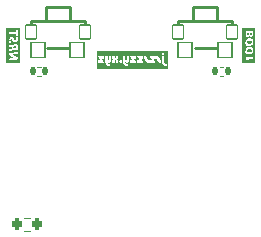
<source format=gbr>
G04 #@! TF.GenerationSoftware,KiCad,Pcbnew,(6.0.1)*
G04 #@! TF.CreationDate,2022-02-11T20:26:01+08:00*
G04 #@! TF.ProjectId,STM32_FOC_Board,53544d33-325f-4464-9f43-5f426f617264,rev?*
G04 #@! TF.SameCoordinates,Original*
G04 #@! TF.FileFunction,Legend,Bot*
G04 #@! TF.FilePolarity,Positive*
%FSLAX46Y46*%
G04 Gerber Fmt 4.6, Leading zero omitted, Abs format (unit mm)*
G04 Created by KiCad (PCBNEW (6.0.1)) date 2022-02-11 20:26:01*
%MOMM*%
%LPD*%
G01*
G04 APERTURE LIST*
G04 Aperture macros list*
%AMRoundRect*
0 Rectangle with rounded corners*
0 $1 Rounding radius*
0 $2 $3 $4 $5 $6 $7 $8 $9 X,Y pos of 4 corners*
0 Add a 4 corners polygon primitive as box body*
4,1,4,$2,$3,$4,$5,$6,$7,$8,$9,$2,$3,0*
0 Add four circle primitives for the rounded corners*
1,1,$1+$1,$2,$3*
1,1,$1+$1,$4,$5*
1,1,$1+$1,$6,$7*
1,1,$1+$1,$8,$9*
0 Add four rect primitives between the rounded corners*
20,1,$1+$1,$2,$3,$4,$5,0*
20,1,$1+$1,$4,$5,$6,$7,0*
20,1,$1+$1,$6,$7,$8,$9,0*
20,1,$1+$1,$8,$9,$2,$3,0*%
G04 Aperture macros list end*
%ADD10C,0.120000*%
%ADD11C,0.254000*%
%ADD12C,0.100000*%
%ADD13RoundRect,0.135000X0.135000X0.185000X-0.135000X0.185000X-0.135000X-0.185000X0.135000X-0.185000X0*%
%ADD14C,0.701000*%
%ADD15RoundRect,0.050800X0.449600X0.599450X-0.449600X0.599450X-0.449600X-0.599450X0.449600X-0.599450X0*%
%ADD16RoundRect,0.050800X-0.449600X-0.599450X0.449600X-0.599450X0.449600X0.599450X-0.449600X0.599450X0*%
%ADD17RoundRect,0.050800X-0.599450X-0.650250X0.599450X-0.650250X0.599450X0.650250X-0.599450X0.650250X0*%
%ADD18RoundRect,0.200000X0.200000X0.275000X-0.200000X0.275000X-0.200000X-0.275000X0.200000X-0.275000X0*%
G04 APERTURE END LIST*
G36*
X124451009Y-54593185D02*
G01*
X125646590Y-54593185D01*
X125646590Y-57594337D01*
X124451009Y-57594337D01*
X124451009Y-56742395D01*
X124681852Y-56742395D01*
X124688906Y-56940847D01*
X124847503Y-57010879D01*
X124936100Y-57049952D01*
X125007957Y-57081665D01*
X125061817Y-57105674D01*
X125099845Y-57123150D01*
X125124207Y-57135262D01*
X125137068Y-57143178D01*
X125140594Y-57148067D01*
X125136951Y-57151098D01*
X125128303Y-57153441D01*
X125116816Y-57156264D01*
X125104674Y-57158888D01*
X125068240Y-57164683D01*
X125015624Y-57171765D01*
X124951856Y-57179471D01*
X124881969Y-57187141D01*
X124682806Y-57207906D01*
X124682806Y-57293053D01*
X124683244Y-57334271D01*
X124684336Y-57363582D01*
X124685856Y-57374739D01*
X124686632Y-57374650D01*
X124703215Y-57371780D01*
X124736495Y-57365677D01*
X124780404Y-57357452D01*
X124782050Y-57357145D01*
X124824292Y-57350346D01*
X124884965Y-57341953D01*
X124958512Y-57332669D01*
X125039375Y-57323198D01*
X125121999Y-57314242D01*
X125138514Y-57312523D01*
X125214535Y-57304445D01*
X125282772Y-57296932D01*
X125339101Y-57290455D01*
X125379399Y-57285486D01*
X125399544Y-57282496D01*
X125407434Y-57280462D01*
X125418145Y-57273509D01*
X125424018Y-57258123D01*
X125426489Y-57228982D01*
X125426994Y-57180768D01*
X125426994Y-57084859D01*
X125198248Y-56984281D01*
X125180879Y-56976637D01*
X125113317Y-56946771D01*
X125054483Y-56920554D01*
X125007784Y-56899520D01*
X124976627Y-56885200D01*
X124964418Y-56879126D01*
X124963989Y-56878726D01*
X124962351Y-56874028D01*
X124969912Y-56869701D01*
X124989690Y-56865201D01*
X125024702Y-56859985D01*
X125077966Y-56853509D01*
X125152498Y-56845229D01*
X125179037Y-56842325D01*
X125246050Y-56834817D01*
X125305886Y-56827877D01*
X125352849Y-56822173D01*
X125381245Y-56818375D01*
X125426994Y-56811405D01*
X125426994Y-56726846D01*
X125426952Y-56706965D01*
X125425908Y-56670933D01*
X125422142Y-56652439D01*
X125413929Y-56646552D01*
X125399544Y-56648338D01*
X125387059Y-56650665D01*
X125350076Y-56656535D01*
X125295931Y-56664536D01*
X125228956Y-56674081D01*
X125153481Y-56684579D01*
X125073837Y-56695442D01*
X124994356Y-56706082D01*
X124919369Y-56715910D01*
X124853206Y-56724337D01*
X124800198Y-56730774D01*
X124764678Y-56734634D01*
X124682806Y-56742306D01*
X124681852Y-56742395D01*
X124451009Y-56742395D01*
X124451009Y-56129644D01*
X124672781Y-56129644D01*
X124676190Y-56154514D01*
X124690986Y-56173811D01*
X124720025Y-56191094D01*
X124766162Y-56209922D01*
X124832253Y-56233856D01*
X124926802Y-56267827D01*
X124926802Y-56315375D01*
X124926647Y-56322628D01*
X124921699Y-56353227D01*
X124911552Y-56367799D01*
X124906937Y-56368831D01*
X124880806Y-56372354D01*
X124839478Y-56376547D01*
X124789554Y-56380711D01*
X124682806Y-56388747D01*
X124682806Y-56572604D01*
X124722455Y-56564436D01*
X124736620Y-56561640D01*
X124801511Y-56550642D01*
X124885460Y-56538498D01*
X124984347Y-56525749D01*
X125094049Y-56512933D01*
X125210447Y-56500590D01*
X125426994Y-56478770D01*
X125426926Y-56307615D01*
X125426874Y-56293258D01*
X125425508Y-56226958D01*
X125422566Y-56166583D01*
X125418427Y-56118289D01*
X125413469Y-56088234D01*
X125409280Y-56074828D01*
X125378679Y-56018711D01*
X125334156Y-55979168D01*
X125279401Y-55956618D01*
X125218105Y-55951483D01*
X125153957Y-55964182D01*
X125090648Y-55995135D01*
X125031866Y-56044763D01*
X125031133Y-56045546D01*
X125001526Y-56076010D01*
X124978412Y-56097698D01*
X124966739Y-56105961D01*
X124955837Y-56101390D01*
X124927629Y-56086903D01*
X124886918Y-56064859D01*
X124838272Y-56037686D01*
X124794064Y-56013376D01*
X124752780Y-55992235D01*
X124723591Y-55979096D01*
X124714402Y-55976932D01*
X124710977Y-55976125D01*
X124706332Y-55986288D01*
X124697576Y-56014666D01*
X124687625Y-56053549D01*
X124677905Y-56095640D01*
X124672781Y-56129644D01*
X124451009Y-56129644D01*
X124451009Y-55733936D01*
X124673332Y-55733936D01*
X124690154Y-55842880D01*
X124698626Y-55876358D01*
X124707138Y-55906459D01*
X124712152Y-55919777D01*
X124714402Y-55920486D01*
X124733730Y-55918265D01*
X124766045Y-55910980D01*
X124803988Y-55900714D01*
X124840201Y-55889550D01*
X124867326Y-55879568D01*
X124878003Y-55872852D01*
X124873509Y-55860284D01*
X124860291Y-55831987D01*
X124841403Y-55794866D01*
X124818119Y-55741115D01*
X124804995Y-55681215D01*
X124808610Y-55630718D01*
X124829203Y-55593569D01*
X124833675Y-55589269D01*
X124859986Y-55572345D01*
X124885880Y-55572757D01*
X124913544Y-55591904D01*
X124945163Y-55631187D01*
X124982924Y-55692004D01*
X124995151Y-55712627D01*
X125039437Y-55776125D01*
X125082898Y-55818592D01*
X125128431Y-55842361D01*
X125178936Y-55849765D01*
X125228646Y-55845769D01*
X125286179Y-55825534D01*
X125339614Y-55784968D01*
X125345524Y-55779160D01*
X125395553Y-55711783D01*
X125426589Y-55631685D01*
X125437739Y-55542264D01*
X125428116Y-55446918D01*
X125417431Y-55399232D01*
X125406601Y-55370242D01*
X125391307Y-55357963D01*
X125366882Y-55358733D01*
X125328658Y-55368890D01*
X125300327Y-55377784D01*
X125287268Y-55381883D01*
X125255461Y-55396811D01*
X125242556Y-55414646D01*
X125245820Y-55439855D01*
X125262519Y-55476901D01*
X125273022Y-55500012D01*
X125287227Y-55541775D01*
X125292796Y-55574622D01*
X125286530Y-55612960D01*
X125267347Y-55645531D01*
X125240031Y-55663855D01*
X125209472Y-55664846D01*
X125180564Y-55645418D01*
X125169292Y-55629883D01*
X125148857Y-55596906D01*
X125126824Y-55557539D01*
X125095402Y-55504209D01*
X125046284Y-55443553D01*
X124993370Y-55405390D01*
X124934891Y-55388583D01*
X124869077Y-55391997D01*
X124848127Y-55398153D01*
X124799961Y-55426385D01*
X124753967Y-55470017D01*
X124715586Y-55523312D01*
X124690259Y-55580534D01*
X124678110Y-55633817D01*
X124673332Y-55733936D01*
X124451009Y-55733936D01*
X124451009Y-55089035D01*
X124682806Y-55089035D01*
X124683436Y-55137759D01*
X124688500Y-55165963D01*
X124702752Y-55177513D01*
X124730947Y-55176272D01*
X124777839Y-55166107D01*
X124782594Y-55165096D01*
X124815018Y-55159575D01*
X124864638Y-55152268D01*
X124926286Y-55143822D01*
X124994792Y-55134889D01*
X125064986Y-55126117D01*
X125131698Y-55118156D01*
X125189758Y-55111655D01*
X125233998Y-55107264D01*
X125259247Y-55105632D01*
X125259894Y-55105636D01*
X125270664Y-55109047D01*
X125276943Y-55122164D01*
X125279873Y-55149877D01*
X125280596Y-55197075D01*
X125280596Y-55199706D01*
X125281288Y-55248074D01*
X125286371Y-55275994D01*
X125300327Y-55287252D01*
X125327640Y-55285634D01*
X125372792Y-55274926D01*
X125426994Y-55261278D01*
X125426994Y-54994330D01*
X125426987Y-54983668D01*
X125426360Y-54897630D01*
X125424785Y-54826649D01*
X125422365Y-54773057D01*
X125419201Y-54739190D01*
X125415395Y-54727383D01*
X125407455Y-54728215D01*
X125379951Y-54732952D01*
X125342712Y-54740483D01*
X125281629Y-54753583D01*
X125278063Y-54840865D01*
X125274496Y-54928148D01*
X125085399Y-54955119D01*
X125063082Y-54958258D01*
X124985821Y-54968547D01*
X124909278Y-54977973D01*
X124841255Y-54985605D01*
X124789554Y-54990508D01*
X124682806Y-54998926D01*
X124682806Y-55089035D01*
X124451009Y-55089035D01*
X124451009Y-54593185D01*
G37*
G36*
X125231902Y-56146504D02*
G01*
X125266804Y-56162947D01*
X125286566Y-56197522D01*
X125292796Y-56251806D01*
X125292908Y-56268907D01*
X125291902Y-56289963D01*
X125286064Y-56304287D01*
X125271536Y-56313964D01*
X125244462Y-56321085D01*
X125200985Y-56327735D01*
X125137249Y-56336003D01*
X125061000Y-56345919D01*
X125061000Y-56287131D01*
X125065262Y-56246341D01*
X125087576Y-56196438D01*
X125127903Y-56162537D01*
X125185018Y-56146035D01*
X125231902Y-56146504D01*
G37*
G36*
X145547091Y-57594337D02*
G01*
X144442151Y-57594337D01*
X144442151Y-57485207D01*
X144714975Y-57485207D01*
X144745668Y-57483593D01*
X144776535Y-57480303D01*
X144817285Y-57473294D01*
X144817844Y-57473175D01*
X144840501Y-57466490D01*
X144853409Y-57453958D01*
X144860331Y-57428448D01*
X144865029Y-57382830D01*
X144871850Y-57301050D01*
X145076468Y-57276105D01*
X145107516Y-57272310D01*
X145181232Y-57263213D01*
X145246195Y-57255082D01*
X145296295Y-57248686D01*
X145325421Y-57244794D01*
X145369755Y-57238428D01*
X145369755Y-57058736D01*
X145311780Y-57067618D01*
X145255233Y-57075800D01*
X145186916Y-57084929D01*
X145113971Y-57094125D01*
X145042730Y-57102633D01*
X144979524Y-57109696D01*
X144930685Y-57114560D01*
X144902543Y-57116468D01*
X144898412Y-57116503D01*
X144879389Y-57114688D01*
X144869448Y-57104769D01*
X144865643Y-57080352D01*
X144865029Y-57035046D01*
X144864657Y-57004318D01*
X144860025Y-56969736D01*
X144845677Y-56954551D01*
X144816187Y-56955058D01*
X144766130Y-56967557D01*
X144714975Y-56981763D01*
X144714975Y-57485207D01*
X144442151Y-57485207D01*
X144442151Y-56563606D01*
X144702425Y-56563606D01*
X144708584Y-56645351D01*
X144731937Y-56720827D01*
X144772209Y-56784849D01*
X144829124Y-56832229D01*
X144845677Y-56840822D01*
X144853826Y-56845053D01*
X144889449Y-56857061D01*
X144933210Y-56862826D01*
X144994621Y-56864184D01*
X145094490Y-56854826D01*
X145188618Y-56824741D01*
X145265860Y-56774951D01*
X145324606Y-56706521D01*
X145363242Y-56620518D01*
X145367676Y-56604443D01*
X145380937Y-56516324D01*
X145376796Y-56430988D01*
X145356150Y-56355165D01*
X145319898Y-56295589D01*
X145315755Y-56291104D01*
X145259111Y-56250789D01*
X145182518Y-56225686D01*
X145089129Y-56216870D01*
X145046012Y-56218021D01*
X144950200Y-56232984D01*
X144870239Y-56266453D01*
X144801838Y-56319967D01*
X144789883Y-56332633D01*
X144742799Y-56402061D01*
X144713738Y-56480781D01*
X144702425Y-56563606D01*
X144442151Y-56563606D01*
X144442151Y-55840620D01*
X144702425Y-55840620D01*
X144708584Y-55922365D01*
X144731937Y-55997841D01*
X144772209Y-56061863D01*
X144829124Y-56109243D01*
X144853826Y-56122067D01*
X144889449Y-56134075D01*
X144933210Y-56139840D01*
X144994621Y-56141198D01*
X145089129Y-56132342D01*
X145094490Y-56131840D01*
X145188618Y-56101755D01*
X145265860Y-56051965D01*
X145324606Y-55983535D01*
X145363242Y-55897532D01*
X145367676Y-55881457D01*
X145380937Y-55793338D01*
X145376796Y-55708002D01*
X145356150Y-55632179D01*
X145319898Y-55572603D01*
X145315755Y-55568118D01*
X145259111Y-55527803D01*
X145182518Y-55502700D01*
X145089129Y-55493884D01*
X145046012Y-55495035D01*
X144950200Y-55509998D01*
X144870239Y-55543467D01*
X144801838Y-55596981D01*
X144789883Y-55609647D01*
X144742799Y-55679075D01*
X144713738Y-55757795D01*
X144702425Y-55840620D01*
X144442151Y-55840620D01*
X144442151Y-54893370D01*
X144714975Y-54893370D01*
X144715051Y-55067296D01*
X144715052Y-55068568D01*
X144716178Y-55139603D01*
X144719117Y-55204990D01*
X144723429Y-55257518D01*
X144728672Y-55289979D01*
X144752974Y-55342562D01*
X144793838Y-55382088D01*
X144844025Y-55401471D01*
X144897921Y-55399859D01*
X144949912Y-55376401D01*
X144994381Y-55330246D01*
X145020764Y-55290992D01*
X145064108Y-55341134D01*
X145068435Y-55346095D01*
X145089129Y-55366271D01*
X145098302Y-55375214D01*
X145127206Y-55388265D01*
X145167587Y-55391275D01*
X145182412Y-55390848D01*
X145245413Y-55376059D01*
X145294719Y-55338891D01*
X145332888Y-55277585D01*
X145334135Y-55274799D01*
X145345897Y-55243593D01*
X145354336Y-55207984D01*
X145360209Y-55162252D01*
X145364273Y-55100679D01*
X145367284Y-55017545D01*
X145372893Y-54821151D01*
X145313349Y-54830325D01*
X145274658Y-54835904D01*
X145211746Y-54844182D01*
X145137405Y-54853389D01*
X145057135Y-54862901D01*
X144976434Y-54872094D01*
X144900803Y-54880343D01*
X144835738Y-54887024D01*
X144786741Y-54891515D01*
X144759309Y-54893191D01*
X144714975Y-54893370D01*
X144442151Y-54893370D01*
X144442151Y-54593263D01*
X145547091Y-54593263D01*
X145547091Y-57594337D01*
G37*
G36*
X145133314Y-55688089D02*
G01*
X145189046Y-55703706D01*
X145222903Y-55730938D01*
X145230923Y-55758718D01*
X145232698Y-55800810D01*
X145228470Y-55844583D01*
X145218604Y-55877591D01*
X145206515Y-55893899D01*
X145162884Y-55921219D01*
X145096355Y-55938021D01*
X145008700Y-55943746D01*
X144969111Y-55942759D01*
X144912095Y-55934468D01*
X144875919Y-55915658D01*
X144856908Y-55883823D01*
X144851388Y-55836456D01*
X144854331Y-55803783D01*
X144877007Y-55751585D01*
X144922204Y-55714396D01*
X144990076Y-55692114D01*
X145080776Y-55684638D01*
X145133314Y-55688089D01*
G37*
G36*
X145133314Y-56411075D02*
G01*
X145189046Y-56426692D01*
X145222903Y-56453924D01*
X145230923Y-56481704D01*
X145232698Y-56523796D01*
X145228470Y-56567569D01*
X145218604Y-56600577D01*
X145206515Y-56616885D01*
X145162884Y-56644205D01*
X145096355Y-56661007D01*
X145008700Y-56666732D01*
X144969111Y-56665745D01*
X144912095Y-56657454D01*
X144875919Y-56638644D01*
X144856908Y-56606809D01*
X144851388Y-56559442D01*
X144854331Y-56526769D01*
X144877007Y-56474571D01*
X144922204Y-56437382D01*
X144990076Y-56415100D01*
X145080776Y-56407624D01*
X145133314Y-56411075D01*
G37*
G36*
X145219630Y-55016218D02*
G01*
X145237569Y-55020778D01*
X145245316Y-55037733D01*
X145246984Y-55074491D01*
X145243665Y-55111837D01*
X145226738Y-55158975D01*
X145198816Y-55189047D01*
X145163676Y-55198649D01*
X145125095Y-55184375D01*
X145111470Y-55171718D01*
X145100082Y-55144302D01*
X145096930Y-55098920D01*
X145097278Y-55071850D01*
X145101368Y-55044708D01*
X145113902Y-55031697D01*
X145139559Y-55024667D01*
X145177008Y-55018897D01*
X145214586Y-55016141D01*
X145219630Y-55016218D01*
G37*
G36*
X144974159Y-55102818D02*
G01*
X144973831Y-55113381D01*
X144962692Y-55161474D01*
X144938608Y-55194712D01*
X144905509Y-55207119D01*
X144876279Y-55197413D01*
X144857372Y-55166103D01*
X144853918Y-55115992D01*
X144855509Y-55099187D01*
X144862188Y-55074378D01*
X144879691Y-55062648D01*
X144916184Y-55056148D01*
X144974159Y-55048410D01*
X144974159Y-55102818D01*
G37*
G36*
X132126483Y-58053203D02*
G01*
X132126483Y-57569072D01*
X132216554Y-57569072D01*
X132759015Y-57569072D01*
X132714379Y-57487445D01*
X132707052Y-57474031D01*
X132678265Y-57421136D01*
X132646237Y-57362076D01*
X132616640Y-57307303D01*
X132563536Y-57208788D01*
X132756980Y-57208788D01*
X132756980Y-56994870D01*
X132833368Y-56994870D01*
X132837955Y-57290415D01*
X132838434Y-57320841D01*
X132839911Y-57404399D01*
X132841510Y-57469489D01*
X132843498Y-57519192D01*
X132846140Y-57556592D01*
X132847718Y-57569072D01*
X132849704Y-57584771D01*
X132854456Y-57606812D01*
X132860662Y-57625798D01*
X132868589Y-57644811D01*
X132884001Y-57674018D01*
X132927968Y-57731567D01*
X132983125Y-57781459D01*
X133042103Y-57816405D01*
X133099681Y-57834235D01*
X133163685Y-57843441D01*
X133221408Y-57842165D01*
X133234983Y-57839726D01*
X133244991Y-57833736D01*
X133250157Y-57819758D01*
X133252083Y-57792949D01*
X133252370Y-57748466D01*
X133252370Y-57659143D01*
X133193261Y-57658744D01*
X133172326Y-57657803D01*
X133134506Y-57652410D01*
X133108141Y-57643911D01*
X133090396Y-57630991D01*
X133068059Y-57606209D01*
X133050370Y-57577977D01*
X133046830Y-57569072D01*
X133430402Y-57569072D01*
X133634356Y-57569072D01*
X133637578Y-57459298D01*
X133640801Y-57349524D01*
X133674022Y-57345744D01*
X133694299Y-57345570D01*
X133714846Y-57354774D01*
X133727803Y-57377577D01*
X133734558Y-57416865D01*
X133736501Y-57475524D01*
X133736501Y-57569072D01*
X133941271Y-57569072D01*
X133937401Y-57457085D01*
X133936781Y-57439595D01*
X134006798Y-57439595D01*
X134007555Y-57451506D01*
X134022445Y-57496959D01*
X134052138Y-57537252D01*
X134091040Y-57564120D01*
X134097575Y-57566813D01*
X134103506Y-57569072D01*
X134121657Y-57575985D01*
X134133014Y-57579025D01*
X134138780Y-57577276D01*
X134158239Y-57572118D01*
X134159907Y-57571682D01*
X134205020Y-57549095D01*
X134239433Y-57511761D01*
X134259271Y-57465573D01*
X134260658Y-57416421D01*
X134253250Y-57393625D01*
X134228164Y-57354972D01*
X134193555Y-57323613D01*
X134156449Y-57306931D01*
X134123410Y-57306387D01*
X134079836Y-57321917D01*
X134042567Y-57352227D01*
X134016567Y-57392920D01*
X134006798Y-57439595D01*
X133936781Y-57439595D01*
X133936641Y-57435660D01*
X133934421Y-57391250D01*
X133930688Y-57361606D01*
X133923849Y-57341086D01*
X133912316Y-57324048D01*
X133894499Y-57304850D01*
X133855466Y-57264603D01*
X133886753Y-57235593D01*
X133888190Y-57234252D01*
X133913484Y-57205559D01*
X133929080Y-57173241D01*
X133936973Y-57131102D01*
X133939161Y-57072949D01*
X133939161Y-56994870D01*
X134330797Y-56994870D01*
X134335384Y-57290415D01*
X134335863Y-57320841D01*
X134337340Y-57404399D01*
X134337635Y-57416421D01*
X134338939Y-57469489D01*
X134340927Y-57519192D01*
X134343569Y-57556592D01*
X134347133Y-57584771D01*
X134351885Y-57606812D01*
X134358091Y-57625798D01*
X134366018Y-57644811D01*
X134381430Y-57674018D01*
X134425397Y-57731567D01*
X134480554Y-57781459D01*
X134539532Y-57816405D01*
X134597110Y-57834235D01*
X134661114Y-57843441D01*
X134718837Y-57842165D01*
X134732412Y-57839726D01*
X134742420Y-57833736D01*
X134747586Y-57819758D01*
X134749512Y-57792949D01*
X134749799Y-57748466D01*
X134749799Y-57659143D01*
X134690690Y-57658744D01*
X134669755Y-57657803D01*
X134631935Y-57652410D01*
X134605570Y-57643911D01*
X134587825Y-57630991D01*
X134565488Y-57606209D01*
X134547799Y-57577977D01*
X134544259Y-57569072D01*
X134918682Y-57569072D01*
X135188895Y-57569072D01*
X135526661Y-57569072D01*
X136069077Y-57569072D01*
X136562476Y-57569072D01*
X136832689Y-57569072D01*
X136885535Y-57568925D01*
X136955582Y-57568236D01*
X137015419Y-57567061D01*
X137061970Y-57565485D01*
X137092156Y-57563596D01*
X137102902Y-57561480D01*
X137099987Y-57554162D01*
X137087961Y-57529603D01*
X137068251Y-57491257D01*
X137042620Y-57442543D01*
X137012831Y-57386879D01*
X136990010Y-57344383D01*
X136963225Y-57293977D01*
X136941916Y-57253255D01*
X136927842Y-57225583D01*
X136922760Y-57214329D01*
X136924401Y-57213308D01*
X136942135Y-57210996D01*
X136975211Y-57209390D01*
X137018460Y-57208788D01*
X137114161Y-57208788D01*
X137114161Y-57100201D01*
X137159196Y-57100201D01*
X137159204Y-57116903D01*
X137159644Y-57161140D01*
X137161508Y-57188263D01*
X137165828Y-57202456D01*
X137173637Y-57207903D01*
X137185965Y-57208788D01*
X137209078Y-57212980D01*
X137227448Y-57229500D01*
X137240059Y-57261756D01*
X137248940Y-57313107D01*
X137257739Y-57361409D01*
X137285485Y-57433928D01*
X137329069Y-57490512D01*
X137388764Y-57531471D01*
X137464847Y-57557118D01*
X137493670Y-57563056D01*
X137527625Y-57567206D01*
X137548517Y-57561760D01*
X137559518Y-57543487D01*
X137563794Y-57509159D01*
X137564515Y-57455545D01*
X137564515Y-57355154D01*
X137533553Y-57354981D01*
X137509973Y-57352776D01*
X137489222Y-57346308D01*
X137484023Y-57341987D01*
X137468145Y-57316026D01*
X137456470Y-57278616D01*
X137451927Y-57238246D01*
X137447779Y-57195853D01*
X137433661Y-57142556D01*
X137412513Y-57094585D01*
X137387453Y-57060529D01*
X137361149Y-57038094D01*
X137327189Y-57017923D01*
X137286941Y-57005785D01*
X137232316Y-56998442D01*
X137194064Y-56994870D01*
X137632068Y-56994870D01*
X137632291Y-57234121D01*
X137632559Y-57294492D01*
X137634351Y-57394822D01*
X137637093Y-57455545D01*
X137638045Y-57476632D01*
X137643911Y-57542518D01*
X137652215Y-57595077D01*
X137663224Y-57636905D01*
X137677205Y-57670599D01*
X137684642Y-57684112D01*
X137724882Y-57738246D01*
X137775194Y-57784911D01*
X137828092Y-57816852D01*
X137871123Y-57831585D01*
X137935995Y-57843140D01*
X137995167Y-57842301D01*
X138026129Y-57837789D01*
X138026129Y-57636625D01*
X137975068Y-57636625D01*
X137964452Y-57636273D01*
X137925484Y-57629951D01*
X137895680Y-57618065D01*
X137886574Y-57611863D01*
X137870467Y-57598381D01*
X137858079Y-57581986D01*
X137848926Y-57559880D01*
X137842523Y-57529260D01*
X137838386Y-57487327D01*
X137836031Y-57431280D01*
X137834973Y-57358318D01*
X137834728Y-57265642D01*
X137834728Y-56994870D01*
X137632068Y-56994870D01*
X137194064Y-56994870D01*
X137159196Y-56991614D01*
X137159196Y-57100201D01*
X137114161Y-57100201D01*
X137114161Y-56994870D01*
X136855207Y-56994870D01*
X136812243Y-56994927D01*
X136742868Y-56995280D01*
X136683438Y-56995912D01*
X136637097Y-56996773D01*
X136606988Y-56997813D01*
X136596253Y-56998983D01*
X136600003Y-57007022D01*
X136612966Y-57032026D01*
X136633527Y-57070748D01*
X136659954Y-57119929D01*
X136690515Y-57176310D01*
X136784777Y-57349524D01*
X136673627Y-57352733D01*
X136562476Y-57355941D01*
X136562476Y-57569072D01*
X136069077Y-57569072D01*
X136004554Y-57448039D01*
X135980720Y-57403526D01*
X135951646Y-57349673D01*
X135925778Y-57302212D01*
X135906783Y-57267897D01*
X135873536Y-57208788D01*
X136067086Y-57208788D01*
X136067086Y-57101829D01*
X136123380Y-57101829D01*
X136123387Y-57118832D01*
X136123817Y-57162463D01*
X136125712Y-57189057D01*
X136130167Y-57202831D01*
X136138275Y-57208002D01*
X136151132Y-57208788D01*
X136152526Y-57208800D01*
X136173783Y-57213890D01*
X136188595Y-57230680D01*
X136198860Y-57262771D01*
X136206477Y-57313766D01*
X136220777Y-57381423D01*
X136252716Y-57449358D01*
X136299566Y-57502602D01*
X136359817Y-57538942D01*
X136371794Y-57543375D01*
X136411313Y-57554085D01*
X136453693Y-57561513D01*
X136490832Y-57564463D01*
X136514626Y-57561745D01*
X136516077Y-57560906D01*
X136523238Y-57545359D01*
X136527371Y-57510798D01*
X136528700Y-57455545D01*
X136528700Y-57355154D01*
X136497075Y-57355154D01*
X136473080Y-57353228D01*
X136449537Y-57343065D01*
X136432645Y-57320984D01*
X136419983Y-57283455D01*
X136409130Y-57226947D01*
X136405943Y-57207805D01*
X136392912Y-57145881D01*
X136377446Y-57100651D01*
X136357603Y-57067480D01*
X136331438Y-57041735D01*
X136302486Y-57025693D01*
X136256854Y-57010127D01*
X136205321Y-56999074D01*
X136156603Y-56994870D01*
X136123380Y-56994870D01*
X136123380Y-57101829D01*
X136067086Y-57101829D01*
X136067086Y-56994870D01*
X135548229Y-56994870D01*
X135575649Y-57042720D01*
X135577097Y-57045253D01*
X135597799Y-57082070D01*
X135622739Y-57127286D01*
X135649759Y-57176881D01*
X135666967Y-57208788D01*
X135676703Y-57226840D01*
X135701413Y-57273143D01*
X135721734Y-57311773D01*
X135735508Y-57338713D01*
X135740579Y-57349945D01*
X135736935Y-57351291D01*
X135715650Y-57353278D01*
X135679582Y-57354645D01*
X135633620Y-57355154D01*
X135526661Y-57355154D01*
X135526661Y-57569072D01*
X135188895Y-57569072D01*
X135241740Y-57568947D01*
X135311787Y-57568359D01*
X135371625Y-57567355D01*
X135418175Y-57566010D01*
X135448362Y-57564398D01*
X135459107Y-57562592D01*
X135456211Y-57555609D01*
X135444196Y-57531468D01*
X135424485Y-57493493D01*
X135398843Y-57445077D01*
X135369037Y-57389613D01*
X135346451Y-57347633D01*
X135319579Y-57297005D01*
X135298195Y-57255908D01*
X135284068Y-57227754D01*
X135278966Y-57215951D01*
X135280608Y-57214630D01*
X135298342Y-57211643D01*
X135331418Y-57209566D01*
X135374666Y-57208788D01*
X135470366Y-57208788D01*
X135470366Y-56994870D01*
X135211412Y-56994870D01*
X135168448Y-56994952D01*
X135099073Y-56995462D01*
X135039644Y-56996376D01*
X134993303Y-56997621D01*
X134963193Y-56999126D01*
X134952458Y-57000818D01*
X134956284Y-57009530D01*
X134969326Y-57035246D01*
X134989962Y-57074585D01*
X135016460Y-57124254D01*
X135047091Y-57180960D01*
X135141723Y-57355154D01*
X134918682Y-57355154D01*
X134918682Y-57569072D01*
X134544259Y-57569072D01*
X134537250Y-57551440D01*
X134536332Y-57531745D01*
X134547535Y-57524037D01*
X134563646Y-57529293D01*
X134587670Y-57542697D01*
X134609254Y-57552562D01*
X134654355Y-57559835D01*
X134703582Y-57556384D01*
X134747261Y-57542237D01*
X134754253Y-57538093D01*
X134783006Y-57513346D01*
X134807821Y-57482089D01*
X134810138Y-57478321D01*
X134818675Y-57462726D01*
X134825021Y-57445775D01*
X134829576Y-57423940D01*
X134832741Y-57393695D01*
X134834916Y-57351513D01*
X134836503Y-57293868D01*
X134837900Y-57217233D01*
X134841560Y-56994870D01*
X134648469Y-56994870D01*
X134647347Y-57144050D01*
X134646669Y-57203741D01*
X134644887Y-57260605D01*
X134641312Y-57300544D01*
X134635136Y-57326664D01*
X134625550Y-57342071D01*
X134611745Y-57349872D01*
X134592913Y-57353174D01*
X134563822Y-57351918D01*
X134545678Y-57341915D01*
X134544229Y-57337678D01*
X134541052Y-57313485D01*
X134538474Y-57273026D01*
X134536729Y-57220707D01*
X134536053Y-57160938D01*
X134535880Y-56994870D01*
X134330797Y-56994870D01*
X133939161Y-56994870D01*
X133736501Y-56994870D01*
X133736347Y-57065238D01*
X133736210Y-57082080D01*
X133733611Y-57132242D01*
X133726794Y-57164928D01*
X133714534Y-57183989D01*
X133695603Y-57193281D01*
X133681649Y-57195813D01*
X133659194Y-57192025D01*
X133644905Y-57173765D01*
X133637369Y-57138467D01*
X133635171Y-57083562D01*
X133635171Y-56994870D01*
X133432512Y-56994870D01*
X133432512Y-57072949D01*
X133434579Y-57128520D01*
X133442739Y-57173551D01*
X133458912Y-57207934D01*
X133485003Y-57237643D01*
X133515207Y-57265634D01*
X133476674Y-57305366D01*
X133469626Y-57312687D01*
X133454407Y-57330334D01*
X133444836Y-57347967D01*
X133439339Y-57371216D01*
X133436342Y-57405711D01*
X133434271Y-57457085D01*
X133430402Y-57569072D01*
X133046830Y-57569072D01*
X133039821Y-57551440D01*
X133038903Y-57531745D01*
X133050106Y-57524037D01*
X133066216Y-57529293D01*
X133090241Y-57542697D01*
X133111825Y-57552562D01*
X133156926Y-57559835D01*
X133206153Y-57556384D01*
X133249832Y-57542237D01*
X133256824Y-57538093D01*
X133285577Y-57513346D01*
X133310392Y-57482089D01*
X133312709Y-57478321D01*
X133321246Y-57462726D01*
X133327592Y-57445775D01*
X133332147Y-57423940D01*
X133335312Y-57393695D01*
X133337487Y-57351513D01*
X133339073Y-57293868D01*
X133340471Y-57217233D01*
X133344131Y-56994870D01*
X133151040Y-56994870D01*
X133149918Y-57144050D01*
X133149240Y-57203741D01*
X133147458Y-57260605D01*
X133143883Y-57300544D01*
X133137707Y-57326664D01*
X133128121Y-57342071D01*
X133114316Y-57349872D01*
X133095484Y-57353174D01*
X133066393Y-57351918D01*
X133048249Y-57341915D01*
X133046800Y-57337678D01*
X133043623Y-57313485D01*
X133041045Y-57273026D01*
X133039300Y-57220707D01*
X133038624Y-57160938D01*
X133038451Y-56994870D01*
X132833368Y-56994870D01*
X132756980Y-56994870D01*
X132236922Y-56994870D01*
X132270170Y-57053979D01*
X132285266Y-57081194D01*
X132310202Y-57126855D01*
X132338982Y-57180081D01*
X132367940Y-57234121D01*
X132432464Y-57355154D01*
X132216554Y-57355154D01*
X132216554Y-57569072D01*
X132126483Y-57569072D01*
X132126483Y-56830448D01*
X137640015Y-56830448D01*
X137644939Y-56867191D01*
X137666419Y-56898332D01*
X137690022Y-56917662D01*
X137727724Y-56932140D01*
X137767175Y-56925999D01*
X137786779Y-56916100D01*
X137818021Y-56885219D01*
X137832769Y-56846075D01*
X137829606Y-56804345D01*
X137807118Y-56765707D01*
X137789062Y-56750053D01*
X137750287Y-56734508D01*
X137710830Y-56736777D01*
X137675856Y-56754857D01*
X137650529Y-56786748D01*
X137640015Y-56830448D01*
X132126483Y-56830448D01*
X132126483Y-56533257D01*
X138127458Y-56533257D01*
X138127458Y-58053203D01*
X132126483Y-58053203D01*
G37*
D10*
X142830041Y-57898200D02*
X142522759Y-57898200D01*
X142830041Y-58658200D02*
X142522759Y-58658200D01*
D11*
X127807197Y-52826900D02*
X127807197Y-54028300D01*
X131109197Y-54165500D02*
X131109197Y-54028300D01*
X129808797Y-52826900D02*
X127807197Y-52826900D01*
X131109197Y-54028300D02*
X126506797Y-54028300D01*
X129696997Y-56327000D02*
X127918997Y-56327000D01*
X129808797Y-52826900D02*
X129808797Y-54028300D01*
X126506797Y-54028300D02*
X126506797Y-54165500D01*
D10*
X127386841Y-58658200D02*
X127079559Y-58658200D01*
X127386841Y-57898200D02*
X127079559Y-57898200D01*
D11*
X139003597Y-54028300D02*
X139003597Y-54165500D01*
X143605997Y-54028300D02*
X139003597Y-54028300D01*
X142193797Y-56327000D02*
X140415797Y-56327000D01*
X142305597Y-52826900D02*
X142305597Y-54028300D01*
X140303997Y-52826900D02*
X140303997Y-54028300D01*
X142305597Y-52826900D02*
X140303997Y-52826900D01*
X143605997Y-54165500D02*
X143605997Y-54028300D01*
D10*
X126454458Y-71780100D02*
X125979942Y-71780100D01*
X126454458Y-70735100D02*
X125979942Y-70735100D01*
%LPC*%
D12*
X125133200Y-77913000D02*
X137083200Y-77913000D01*
X137083200Y-77913000D02*
X137083200Y-75413000D01*
X137083200Y-75413000D02*
X125133200Y-75413000D01*
X125133200Y-75413000D02*
X125133200Y-77913000D01*
G36*
X137083200Y-77913000D02*
G01*
X125133200Y-77913000D01*
X125133200Y-75413000D01*
X137083200Y-75413000D01*
X137083200Y-77913000D01*
G37*
X137083200Y-77913000D02*
X125133200Y-77913000D01*
X125133200Y-75413000D01*
X137083200Y-75413000D01*
X137083200Y-77913000D01*
X138283200Y-77913000D02*
X144983200Y-77913000D01*
X144983200Y-77913000D02*
X144983200Y-75413000D01*
X144983200Y-75413000D02*
X138283200Y-75413000D01*
X138283200Y-75413000D02*
X138283200Y-77913000D01*
G36*
X144983200Y-77913000D02*
G01*
X138283200Y-77913000D01*
X138283200Y-75413000D01*
X144983200Y-75413000D01*
X144983200Y-77913000D01*
G37*
X144983200Y-77913000D02*
X138283200Y-77913000D01*
X138283200Y-75413000D01*
X144983200Y-75413000D01*
X144983200Y-77913000D01*
D13*
X143186400Y-58278200D03*
X142166400Y-58278200D03*
D14*
X127957097Y-54927500D03*
X129658897Y-54927500D03*
D15*
X131106697Y-54927500D03*
D16*
X126506797Y-54927500D03*
D17*
X130481897Y-56476900D03*
X127131597Y-56476900D03*
D13*
X127743200Y-58278200D03*
X126723200Y-58278200D03*
D14*
X140453897Y-54927500D03*
X142155697Y-54927500D03*
D15*
X143603497Y-54927500D03*
D16*
X139003597Y-54927500D03*
D17*
X142978697Y-56476900D03*
X139628397Y-56476900D03*
D18*
X127042200Y-71257600D03*
X125392200Y-71257600D03*
M02*

</source>
